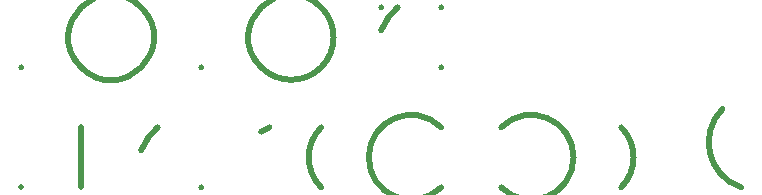
<source format=gts>
%MOIN*%
%FSTAX12Y12*%
%IPPOS*%
%LPD*%
%ADD10C,0.02*%
D10*
G04 a flash*
X02Y02D03*
G04 a line*
X04Y02D02*
X04Y04D01*

G04 ------------------------------------------------------------------------------*

G04 single quadrant*
G74*

G04 clockwise*
G01X06Y02D02*
G02X06Y04I01J01D01*

G04 direct*
G01X08Y02D02*
G03X08Y04I01J01D01*

G04 varying radius*
G01X10Y02D02*
G02X10Y04I005J015D01*

G04 multi quadrant*
G75*

G04 clockwise short*
G01X12Y02D02*
G02X12Y04I01J01D01*

G04 clockwise long*
G01X16Y02D02*
G02X16Y04I-01J01D01*

G04 direct long*
G01X18Y02D02*
G03X18Y04I01J01D01*

G04 direct short*
G01X22Y02D02*
G03X22Y04I-01J01D01*

G04 varying radius*
G01X26Y02D02*
G02X26Y04I005J015D01*

G04 ------------------------------------------------------------------------------*

G04 overlapping start/end*

G74*
G01X02Y06D02*
G02X02Y06I01J01D01*

G75*
G01X04Y06D02*
G02X04Y06I01J01D01*

G74*
G01X08Y06D02*
G03X08Y06I01J01D01*

G75*
G01X10Y06D02*
G03X10Y06I01J01D01*

G04 ------------------------------------------------------------------------------*

G04 split circle*

G74*

G01X14Y06D02*
G02X14Y08I01J01D01*
G01X14Y08D02*
G02X16Y08I01J01D01*
G01X16Y08D02*
G02X16Y06I01J01D01*
G01X16Y06D02*
G02X14Y06I01J01D01*

G04 ------------------------------------------------------------------------------*

M02*

</source>
